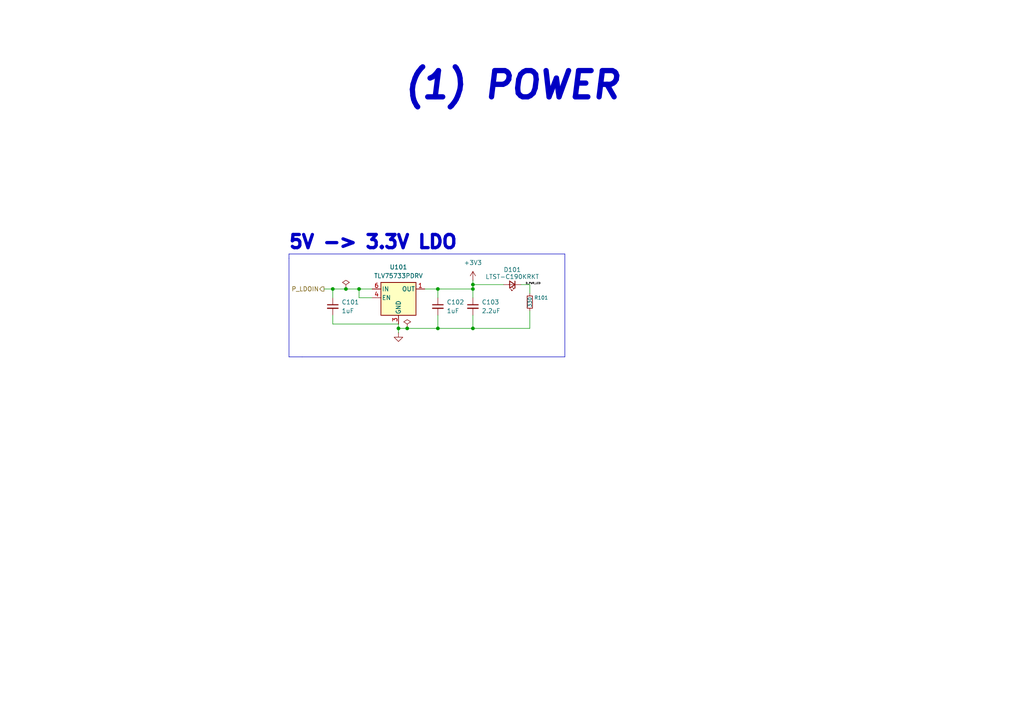
<source format=kicad_sch>
(kicad_sch (version 20250114) (generator "eeschema") (generator_version "9.0")
  (paper "A4")
  (title_block (title "Udayate") (date "2025-08-24") (rev "1"))
  (lib_symbols
    (symbol "Device:C_Small" (pin_numbers (hide yes)) (pin_names (offset 0.254) (hide yes))
      (property "Reference" "C" (at 0.254 1.778 0))
      (property "Value" "C_Small" (at 0.254 -2.032 0))
      (symbol "C_Small_0_1"
        (polyline (pts (xy -1.524 0.508) (xy 1.524 0.508)) (stroke (width 0.3048)))
        (polyline (pts (xy -1.524 -0.508) (xy 1.524 -0.508)) (stroke (width 0.3302)))
      )
      (symbol "C_Small_1_1"
        (pin passive line (at 0 2.54 270) (length 2.032) (name "~") (number "1"))
        (pin passive line (at 0 -2.54 90) (length 2.032) (name "~") (number "2"))
      )
    )
    (symbol "Device:LED_Small" (pin_numbers (hide yes)) (pin_names (offset 0.254) (hide yes))
      (property "Reference" "D" (at -1.27 3.175 0))
      (property "Value" "LED_Small" (at -4.445 -2.54 0))
      (symbol "LED_Small_0_1"
        (polyline (pts (xy -0.762 -1.016) (xy -0.762 1.016)) (stroke (width 0.254)))
        (polyline (pts (xy 0 0.762) (xy -0.508 1.27) (xy -0.254 1.27) (xy -0.508 1.27) (xy -0.508 1.016)))
        (polyline (pts (xy 0.508 1.27) (xy 0 1.778) (xy 0.254 1.778) (xy 0 1.778) (xy 0 1.524)))
        (polyline (pts (xy 0.762 -1.016) (xy -0.762 0) (xy 0.762 1.016) (xy 0.762 -1.016)) (stroke (width 0.254)))
        (polyline (pts (xy 1.016 0) (xy -0.762 0)))
      )
      (symbol "LED_Small_1_1"
        (pin passive line (at -2.54 0 0) (length 1.778) (name "K") (number "1"))
        (pin passive line (at 2.54 0 180) (length 1.778) (name "A") (number "2"))
      )
    )
    (symbol "Device:R_Small" (pin_numbers (hide yes)) (pin_names (offset 0.254) (hide yes))
      (property "Reference" "R" (at 0 0 90))
      (property "Value" "R_Small" (at 1.778 0 90))
      (symbol "R_Small_0_1"
        (rectangle (start -0.762 1.778) (end 0.762 -1.778) (stroke (width 0.2032)))
      )
      (symbol "R_Small_1_1"
        (pin passive line (at 0 2.54 270) (length 0.762) (name "~") (number "1"))
        (pin passive line (at 0 -2.54 90) (length 0.762) (name "~") (number "2"))
      )
    )
    (symbol "Regulator_Linear:TLV75733PDRV" (pin_names (offset 0.254))
      (property "Reference" "U" (at -3.81 5.715 0))
      (property "Value" "TLV75733PDRV" (at 0 5.715 0))
      (symbol "TLV75733PDRV_0_1"
        (rectangle (start -5.08 4.445) (end 5.08 -5.08) (stroke (width 0.254)) (fill (type background)))
      )
      (symbol "TLV75733PDRV_1_1"
        (pin power_in line (at -7.62 2.54 0) (length 2.54) (name "IN") (number "6"))
        (pin input line (at -7.62 0 0) (length 2.54) (name "EN") (number "4"))
        (pin power_in line (at 0 -7.62 90) (length 2.54) (name "GND") (number "3"))
        (pin passive line (at 0 -7.62 90) (length 2.54) (hide yes) (name "GND") (number "7"))
        (pin no_connect line (at 5.08 0 180) (length 2.54) (hide yes) (name "NC") (number "2"))
        (pin no_connect line (at 5.08 -2.54 180) (length 2.54) (hide yes) (name "NC") (number "5"))
        (pin power_out line (at 7.62 2.54 180) (length 2.54) (name "OUT") (number "1"))
      )
    )
    (symbol "power:+3V3" (power) (pin_numbers (hide yes)) (pin_names (offset 0) (hide yes))
      (property "Value" "+3V3" (at 0 3.556 0))
      (symbol "+3V3_0_1"
        (polyline (pts (xy -0.762 1.27) (xy 0 2.54)))
        (polyline (pts (xy 0 2.54) (xy 0.762 1.27)))
        (polyline (pts (xy 0 0) (xy 0 2.54)))
      )
      (symbol "+3V3_1_1"
        (pin power_in line (at 0 0 90) (length 0) (name "~") (number "1"))
      )
    )
    (symbol "power:GND" (power) (pin_numbers (hide yes)) (pin_names (offset 0) (hide yes))
      (property "Value" "GND" (at 0 -3.81 0))
      (symbol "GND_0_1"
        (polyline (pts (xy 0 0) (xy 0 -1.27) (xy 1.27 -1.27) (xy 0 -2.54) (xy -1.27 -1.27) (xy 0 -1.27)))
      )
      (symbol "GND_1_1"
        (pin power_in line (at 0 0 270) (length 0) (name "~") (number "1"))
      )
    )
    (symbol "power:PWR_FLAG" (power) (pin_numbers (hide yes)) (pin_names (offset 0) (hide yes))
      (property "Value" "PWR_FLAG" (at 0 3.81 0))
      (symbol "PWR_FLAG_0_0"
        (pin power_out line (at 0 0 90) (length 0) (name "~") (number "1"))
      )
      (symbol "PWR_FLAG_0_1"
        (polyline (pts (xy 0 0) (xy 0 1.27) (xy -1.016 1.905) (xy 0 2.54) (xy 1.016 1.905) (xy 0 1.27)))
      )
    )
  )
  (text "(1) POWER" (at 148.59 24.892 0) (effects (font (size 7.62 7.62) (thickness 1.524) (bold yes) (italic yes))))
  (text "5V -> 3.3V LDO" (at 108.204 70.358 0) (effects (font (size 3.81 3.81) (thickness 1.016) (bold yes))))
  (junction (at 115.57 95.25))
  (junction (at 127 83.82))
  (junction (at 104.14 83.82))
  (junction (at 137.16 82.55))
  (junction (at 118.11 95.25))
  (junction (at 137.16 83.82))
  (junction (at 96.52 83.82))
  (junction (at 137.16 95.25))
  (junction (at 127 95.25))
  (junction (at 100.33 83.82))
  (polyline (pts (xy 83.82 103.505) (xy 87.63 103.505)))
  (wire (pts (xy 96.52 93.98) (xy 115.57 93.98)))
  (polyline (pts (xy 83.82 73.66) (xy 83.82 74.93)))
  (wire (pts (xy 93.98 83.82) (xy 96.52 83.82)))
  (wire (pts (xy 127 91.44) (xy 127 95.25)))
  (wire (pts (xy 127 95.25) (xy 137.16 95.25)))
  (wire (pts (xy 127 83.82) (xy 127 86.36)))
  (wire (pts (xy 100.33 83.82) (xy 104.14 83.82)))
  (wire (pts (xy 137.16 82.55) (xy 146.05 82.55)))
  (wire (pts (xy 137.16 95.25) (xy 153.67 95.25)))
  (wire (pts (xy 118.11 95.25) (xy 127 95.25)))
  (wire (pts (xy 107.95 86.36) (xy 104.14 86.36)))
  (wire (pts (xy 153.67 90.17) (xy 153.67 95.25)))
  (wire (pts (xy 137.16 91.44) (xy 137.16 95.25)))
  (wire (pts (xy 104.14 83.82) (xy 104.14 86.36)))
  (wire (pts (xy 137.16 81.28) (xy 137.16 82.55)))
  (polyline (pts (xy 163.83 103.505) (xy 163.83 73.66)))
  (wire (pts (xy 104.14 83.82) (xy 107.95 83.82)))
  (wire (pts (xy 96.52 83.82) (xy 100.33 83.82)))
  (wire (pts (xy 123.19 83.82) (xy 127 83.82)))
  (wire (pts (xy 115.57 95.25) (xy 118.11 95.25)))
  (polyline (pts (xy 163.83 73.66) (xy 83.82 73.66)))
  (wire (pts (xy 151.13 82.55) (xy 153.67 82.55)))
  (wire (pts (xy 96.52 86.36) (xy 96.52 83.82)))
  (wire (pts (xy 96.52 91.44) (xy 96.52 93.98)))
  (wire (pts (xy 137.16 82.55) (xy 137.16 83.82)))
  (polyline (pts (xy 83.82 74.93) (xy 83.82 103.505)))
  (wire (pts (xy 153.67 82.55) (xy 153.67 85.09)))
  (wire (pts (xy 115.57 93.98) (xy 115.57 95.25)))
  (wire (pts (xy 115.57 95.25) (xy 115.57 96.52)))
  (polyline (pts (xy 87.63 103.505) (xy 163.83 103.505)))
  (wire (pts (xy 127 83.82) (xy 137.16 83.82)))
  (wire (pts (xy 137.16 83.82) (xy 137.16 86.36)))
  (label "D_PWR_LED" (at 152.4 82.55 0) (effects (font (size 0.508 0.508))))
  (hierarchical_label "P_LDOIN" (shape output) (at 93.98 83.82 180))
  (symbol (lib_id "Regulator_Linear:TLV75733PDRV") (at 115.57 86.36 0) (unit 1)
    (property "Reference" "U101" (at 115.57 77.47 0))
    (property "Value" "TLV75733PDRV" (at 115.57 80.01 0))
    (property "Footprint" "Package_SON:WSON-6-1EP_2x2mm_P0.65mm_EP1x1.6mm" (effects (hide yes)))
    (property "Datasheet" "https://www.ti.com/lit/ds/symlink/tlv757p.pdf" (effects (hide yes)))
    (property "Description" "1A Low IQ Small Size Low Dropout Voltage Regulator, Fixed Output 3.3V, WSON6" (effects (hide yes)))
    (property "MPN" "TLV75733PDRV" (effects (hide yes)))
    (property "Manufacturer" "Texas Instrument" (effects (hide yes)))
  )
  (symbol (lib_id "Device:C_Small") (at 127 88.9 0) (unit 1)
    (property "Reference" "C102" (at 129.54 87.6362 0) (effects (justify left)))
    (property "Value" "1uF" (at 129.54 90.1762 0) (effects (justify left)))
    (property "Footprint" "Capacitor_SMD:C_0603_1608Metric_Pad1.08x0.95mm_HandSolder" (effects (hide yes)))
    (property "Description" "Unpolarized capacitor, small symbol" (effects (hide yes)))
    (property "MPN" "C1608X7R1V105K080AC" (effects (hide yes)))
    (property "Manufacturer" "TDK" (effects (hide yes)))
  )
  (symbol (lib_id "Device:R_Small") (at 153.67 87.63 180) (unit 1)
    (property "Reference" "R101" (at 159.004 86.36 0) (effects (font (size 1.016 1.016)) (justify left)))
    (property "Value" "330" (at 153.67 86.106 90) (effects (font (size 1.016 1.016)) (justify left)))
    (property "Footprint" "Resistor_SMD:R_0603_1608Metric_Pad0.98x0.95mm_HandSolder" (effects (hide yes)))
    (property "Description" "Resistor, small symbol" (effects (hide yes)))
    (property "MPN" "CR0603-FX-3300ELF" (effects (hide yes)))
    (property "Manufacturer" "Bourns" (effects (hide yes)))
  )
  (symbol (lib_id "power:GND") (at 115.57 96.52 0) (unit 1)
    (property "Reference" "#PWR0102" (effects (hide yes)))
    (property "Value" "GND" (effects (hide yes)))
    (property "Description" "Power symbol creates a global label with name \"GND\" , ground" (effects (hide yes)))
  )
  (symbol (lib_id "Device:LED_Small") (at 148.59 82.55 180) (unit 1)
    (property "Reference" "D101" (at 148.59 78.232 0))
    (property "Value" "LTST-C190KRKT" (at 148.59 80.264 0))
    (property "Footprint" "LED_SMD:LED_0603_1608Metric_Pad1.05x0.95mm_HandSolder" (effects (hide yes)))
    (property "Description" "Light emitting diode, small symbol" (effects (hide yes)))
    (property "Sim.Pin" "1=K 2=A" (effects (hide yes)))
    (property "MPN" "LTST-C190KRKT" (effects (hide yes)))
    (property "Manufacturer" "Lite-On" (effects (hide yes)))
  )
  (symbol (lib_id "Device:C_Small") (at 96.52 88.9 0) (unit 1)
    (property "Reference" "C101" (at 99.06 87.6362 0) (effects (justify left)))
    (property "Value" "1uF" (at 99.06 90.1762 0) (effects (justify left)))
    (property "Footprint" "Capacitor_SMD:C_0603_1608Metric_Pad1.08x0.95mm_HandSolder" (effects (hide yes)))
    (property "Description" "Unpolarized capacitor, small symbol" (effects (hide yes)))
    (property "MPN" "C1608X7R1V105K080AC" (effects (hide yes)))
    (property "Manufacturer" "TDK" (effects (hide yes)))
  )
  (symbol (lib_id "Device:C_Small") (at 137.16 88.9 0) (unit 1)
    (property "Reference" "C103" (at 139.7 87.6362 0) (effects (justify left)))
    (property "Value" "2.2uF" (at 139.7 90.1762 0) (effects (justify left)))
    (property "Footprint" "Capacitor_SMD:C_0805_2012Metric_Pad1.18x1.45mm_HandSolder" (effects (hide yes)))
    (property "Description" "Ceramic Capacitor, Ceramic, 16V, 20% +Tol, 20% -Tol, X7R, 15% TC, 2.2uF, Surface Mount, 0805" (effects (hide yes)))
    (property "MPN" "GCM21BR71C225MA64L" (effects (hide yes)))
    (property "Manufacturer" "Murata" (effects (hide yes)))
  )
  (symbol (lib_id "power:+3V3") (at 137.16 81.28 0) (unit 1)
    (property "Reference" "#PWR0101" (effects (hide yes)))
    (property "Value" "+3V3" (at 137.16 76.2 0))
    (property "Description" "Power symbol creates a global label with name \"+3V3\"" (effects (hide yes)))
  )
  (symbol (lib_id "power:PWR_FLAG") (at 118.11 95.25 0) (unit 1)
    (property "Reference" "#FLG0603" (effects (hide yes)))
    (property "Value" "PWR_FLAG" (effects (hide yes)))
    (property "Description" "Special symbol for telling ERC where power comes from" (effects (hide yes)))
  )
  (symbol (lib_id "power:PWR_FLAG") (at 100.33 83.82 0) (unit 1)
    (property "Reference" "#FLG0601" (effects (hide yes)))
    (property "Value" "PWR_FLAG" (effects (hide yes)))
    (property "Description" "Special symbol for telling ERC where power comes from" (effects (hide yes)))
  )
)
</source>
